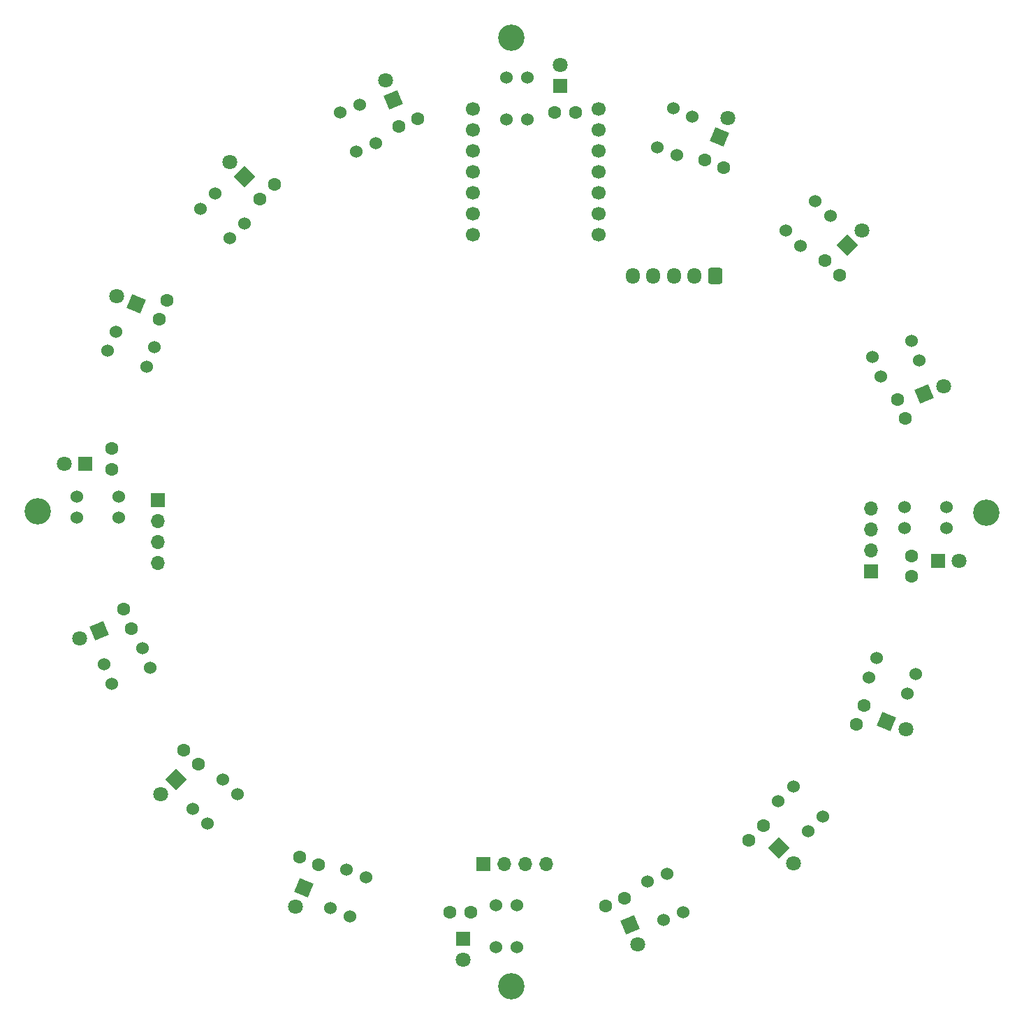
<source format=gbr>
%TF.GenerationSoftware,KiCad,Pcbnew,7.0.9*%
%TF.CreationDate,2024-07-27T15:49:36+09:00*%
%TF.ProjectId,Lne_sensor_main,4c6e655f-7365-46e7-936f-725f6d61696e,rev?*%
%TF.SameCoordinates,Original*%
%TF.FileFunction,Soldermask,Top*%
%TF.FilePolarity,Negative*%
%FSLAX46Y46*%
G04 Gerber Fmt 4.6, Leading zero omitted, Abs format (unit mm)*
G04 Created by KiCad (PCBNEW 7.0.9) date 2024-07-27 15:49:36*
%MOMM*%
%LPD*%
G01*
G04 APERTURE LIST*
G04 Aperture macros list*
%AMRoundRect*
0 Rectangle with rounded corners*
0 $1 Rounding radius*
0 $2 $3 $4 $5 $6 $7 $8 $9 X,Y pos of 4 corners*
0 Add a 4 corners polygon primitive as box body*
4,1,4,$2,$3,$4,$5,$6,$7,$8,$9,$2,$3,0*
0 Add four circle primitives for the rounded corners*
1,1,$1+$1,$2,$3*
1,1,$1+$1,$4,$5*
1,1,$1+$1,$6,$7*
1,1,$1+$1,$8,$9*
0 Add four rect primitives between the rounded corners*
20,1,$1+$1,$2,$3,$4,$5,0*
20,1,$1+$1,$4,$5,$6,$7,0*
20,1,$1+$1,$6,$7,$8,$9,0*
20,1,$1+$1,$8,$9,$2,$3,0*%
%AMRotRect*
0 Rectangle, with rotation*
0 The origin of the aperture is its center*
0 $1 length*
0 $2 width*
0 $3 Rotation angle, in degrees counterclockwise*
0 Add horizontal line*
21,1,$1,$2,0,0,$3*%
G04 Aperture macros list end*
%ADD10C,1.524000*%
%ADD11C,1.600000*%
%ADD12RotRect,1.800000X1.800000X225.000000*%
%ADD13C,1.800000*%
%ADD14R,1.800000X1.800000*%
%ADD15C,3.200000*%
%ADD16RotRect,1.800000X1.800000X112.500000*%
%ADD17RotRect,1.800000X1.800000X202.500000*%
%ADD18RotRect,1.800000X1.800000X157.500000*%
%ADD19RotRect,1.800000X1.800000X247.500000*%
%ADD20RotRect,1.800000X1.800000X22.500000*%
%ADD21RotRect,1.800000X1.800000X45.000000*%
%ADD22RotRect,1.800000X1.800000X67.500000*%
%ADD23RotRect,1.800000X1.800000X135.000000*%
%ADD24RotRect,1.800000X1.800000X315.000000*%
%ADD25RotRect,1.800000X1.800000X337.500000*%
%ADD26RotRect,1.800000X1.800000X292.500000*%
%ADD27C,1.700000*%
%ADD28R,1.700000X1.700000*%
%ADD29O,1.700000X1.700000*%
%ADD30RoundRect,0.250000X0.600000X0.725000X-0.600000X0.725000X-0.600000X-0.725000X0.600000X-0.725000X0*%
%ADD31O,1.700000X1.950000*%
G04 APERTURE END LIST*
D10*
%TO.C,U3*%
X158120390Y-65242943D03*
X156324339Y-63446892D03*
X152732236Y-67038995D03*
X154528287Y-68835046D03*
%TD*%
D11*
%TO.C,C12*%
X124747820Y-52736455D03*
X127247820Y-52736455D03*
%TD*%
D10*
%TO.C,U9*%
X117594221Y-153899069D03*
X120134221Y-153899069D03*
X120134221Y-148819069D03*
X117594221Y-148819069D03*
%TD*%
D12*
%TO.C,L7*%
X78789221Y-133538155D03*
D13*
X76993170Y-135334206D03*
%TD*%
D10*
%TO.C,U4*%
X168931945Y-82759225D03*
X167959929Y-80412571D03*
X163266621Y-82356603D03*
X164238637Y-84703257D03*
%TD*%
D11*
%TO.C,C9*%
X166259729Y-87492107D03*
X167216438Y-89801806D03*
%TD*%
D14*
%TO.C,L16*%
X171162327Y-107079562D03*
D13*
X173702327Y-107079562D03*
%TD*%
D11*
%TO.C,C14*%
X114527380Y-149626402D03*
X112027380Y-149626402D03*
%TD*%
D10*
%TO.C,U17*%
X121397820Y-48456454D03*
X118857820Y-48456454D03*
X118857820Y-53536454D03*
X121397820Y-53536454D03*
%TD*%
D11*
%TO.C,C3*%
X167937327Y-106429562D03*
X167937327Y-108929562D03*
%TD*%
D15*
%TO.C,REF\u002A\u002A*%
X62037380Y-101036402D03*
%TD*%
D11*
%TO.C,C6*%
X76751865Y-77788046D03*
X77708574Y-75478347D03*
%TD*%
D16*
%TO.C,L9*%
X105176733Y-51185797D03*
D13*
X104204717Y-48839143D03*
%TD*%
D11*
%TO.C,C13*%
X133181675Y-147941471D03*
X130871976Y-148898180D03*
%TD*%
D10*
%TO.C,U1*%
X141428625Y-53197412D03*
X139081971Y-52225396D03*
X137137939Y-56918704D03*
X139484593Y-57890720D03*
%TD*%
D11*
%TO.C,C4*%
X73410000Y-115230000D03*
X72453291Y-112920301D03*
%TD*%
D10*
%TO.C,U14*%
X71515671Y-79245157D03*
X70543655Y-81591811D03*
X75236963Y-83535843D03*
X76208979Y-81189189D03*
%TD*%
D14*
%TO.C,L1*%
X67829713Y-95275962D03*
D13*
X65289713Y-95275962D03*
%TD*%
D10*
%TO.C,U7*%
X155430839Y-139802132D03*
X157226890Y-138006081D03*
X153634787Y-134413978D03*
X151838736Y-136210029D03*
%TD*%
D11*
%TO.C,C5*%
X88956427Y-63211002D03*
X90724194Y-61443235D03*
%TD*%
D10*
%TO.C,U16*%
X101077483Y-51741837D03*
X98730829Y-52713853D03*
X100674861Y-57407161D03*
X103021515Y-56435145D03*
%TD*%
%TO.C,U11*%
X80871650Y-137112581D03*
X82667701Y-138908632D03*
X86259804Y-135316529D03*
X84463753Y-133520478D03*
%TD*%
D17*
%TO.C,L3*%
X69504055Y-115497049D03*
D13*
X67157401Y-116469065D03*
%TD*%
D15*
%TO.C,REF\u002A\u002A*%
X177037380Y-101236402D03*
%TD*%
D18*
%TO.C,L5*%
X73988762Y-75939976D03*
D13*
X71642108Y-74967960D03*
%TD*%
D10*
%TO.C,U10*%
X97563415Y-149158112D03*
X99910069Y-150130128D03*
X101854101Y-145436820D03*
X99507447Y-144464804D03*
%TD*%
D11*
%TO.C,C10*%
X157462780Y-70638169D03*
X159230547Y-72405936D03*
%TD*%
D14*
%TO.C,L15*%
X113594220Y-152844069D03*
D13*
X113594220Y-155384069D03*
%TD*%
D15*
%TO.C,REF\u002A\u002A*%
X119437380Y-158636402D03*
%TD*%
D14*
%TO.C,L2*%
X125397821Y-49511455D03*
D13*
X125397821Y-46971455D03*
%TD*%
D10*
%TO.C,U12*%
X70060096Y-119596299D03*
X71032112Y-121942953D03*
X75725420Y-119998921D03*
X74753404Y-117652267D03*
%TD*%
D11*
%TO.C,C15*%
X96106304Y-143921917D03*
X93796605Y-142965208D03*
%TD*%
D19*
%TO.C,L11*%
X94271628Y-146652684D03*
D13*
X93299612Y-148999338D03*
%TD*%
D20*
%TO.C,L10*%
X169487985Y-86858476D03*
D13*
X171834639Y-85886460D03*
%TD*%
D11*
%TO.C,C11*%
X142885736Y-58433607D03*
X145195435Y-59390316D03*
%TD*%
D10*
%TO.C,U8*%
X137914558Y-150613686D03*
X140261212Y-149641670D03*
X138317180Y-144948362D03*
X135970526Y-145920378D03*
%TD*%
D11*
%TO.C,C7*%
X162240175Y-124567478D03*
X161283466Y-126877177D03*
%TD*%
D10*
%TO.C,U6*%
X167476370Y-123110367D03*
X168448386Y-120763713D03*
X163755078Y-118819681D03*
X162783062Y-121166335D03*
%TD*%
D11*
%TO.C,C8*%
X150035613Y-139144522D03*
X148267846Y-140912289D03*
%TD*%
D21*
%TO.C,L14*%
X160202820Y-68817370D03*
D13*
X161998871Y-67021319D03*
%TD*%
D15*
%TO.C,LED*%
X119437380Y-43636402D03*
%TD*%
D10*
%TO.C,U5*%
X172217328Y-103079562D03*
X172217328Y-100539562D03*
X167137328Y-100539562D03*
X167137328Y-103079562D03*
%TD*%
D22*
%TO.C,L6*%
X144720413Y-55702840D03*
D13*
X145692429Y-53356186D03*
%TD*%
D11*
%TO.C,C16*%
X81537772Y-131737906D03*
X79770005Y-129970139D03*
%TD*%
D23*
%TO.C,L13*%
X87135627Y-60470963D03*
D13*
X85339576Y-58674912D03*
%TD*%
D24*
%TO.C,L8*%
X151856413Y-141884561D03*
D13*
X153652464Y-143680612D03*
%TD*%
D11*
%TO.C,C1*%
X71054713Y-95925962D03*
X71054713Y-93425962D03*
%TD*%
%TO.C,C2*%
X105810365Y-54414053D03*
X108120064Y-53457344D03*
%TD*%
D10*
%TO.C,U15*%
X83561201Y-62553392D03*
X81765150Y-64349443D03*
X85357253Y-67941546D03*
X87153304Y-66145495D03*
%TD*%
D25*
%TO.C,L12*%
X164965010Y-126507938D03*
D13*
X167311664Y-127479954D03*
%TD*%
D10*
%TO.C,U13*%
X66774713Y-99275962D03*
X66774713Y-101815962D03*
X71854713Y-101815962D03*
X71854713Y-99275962D03*
%TD*%
D26*
%TO.C,L4*%
X133815307Y-151169727D03*
D13*
X134787323Y-153516381D03*
%TD*%
D27*
%TO.C,U2*%
X114837380Y-67496402D03*
X114837380Y-64956402D03*
X114837380Y-62416402D03*
X114837380Y-59876402D03*
X114837380Y-57336402D03*
X114837380Y-54796402D03*
X114837380Y-52256402D03*
X130077380Y-52256402D03*
X130077380Y-54796402D03*
X130077380Y-57336402D03*
X130077380Y-59876402D03*
X130077380Y-62416402D03*
X130077380Y-64956402D03*
X130077380Y-67496402D03*
%TD*%
D28*
%TO.C,J1*%
X116090000Y-143770000D03*
D29*
X118630000Y-143770000D03*
X121170000Y-143770000D03*
X123710000Y-143770000D03*
%TD*%
D30*
%TO.C,J3*%
X144150000Y-72500000D03*
D31*
X141650000Y-72500000D03*
X139150000Y-72500000D03*
X136650000Y-72500000D03*
X134150000Y-72500000D03*
%TD*%
D28*
%TO.C,J4*%
X76640000Y-99680000D03*
D29*
X76640000Y-102220000D03*
X76640000Y-104760000D03*
X76640000Y-107300000D03*
%TD*%
D28*
%TO.C,J2*%
X163060000Y-108360000D03*
D29*
X163060000Y-105820000D03*
X163060000Y-103280000D03*
X163060000Y-100740000D03*
%TD*%
M02*

</source>
